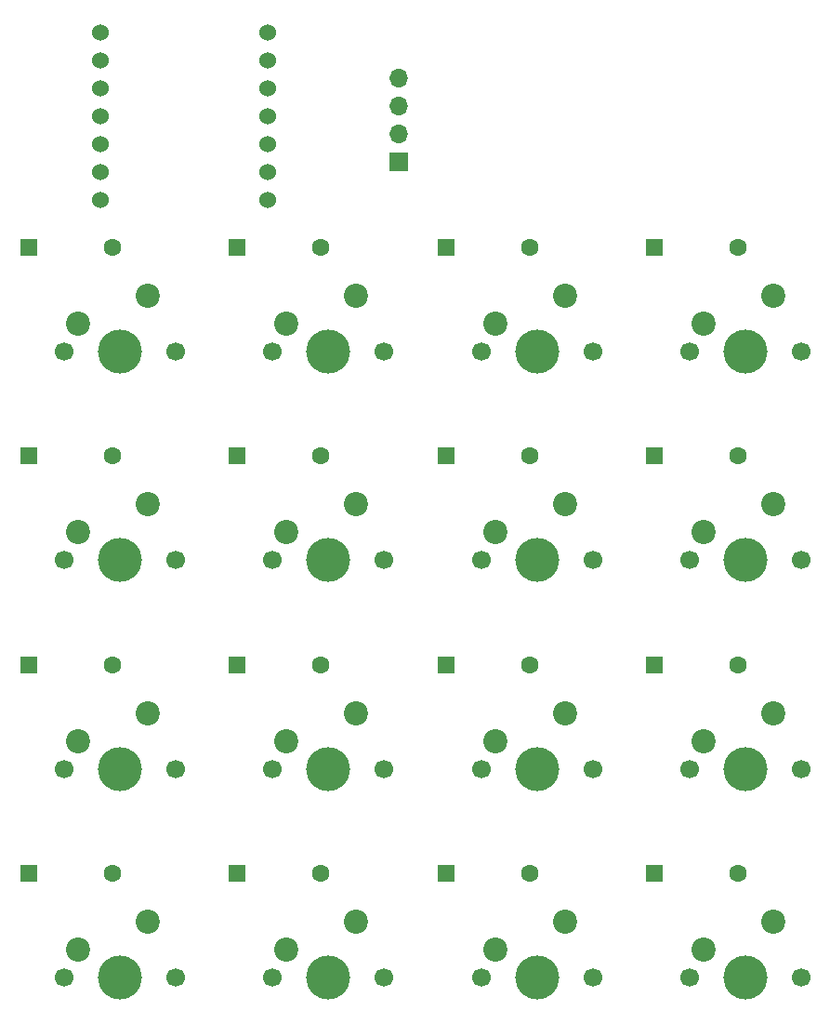
<source format=gbr>
%TF.GenerationSoftware,KiCad,Pcbnew,9.0.6*%
%TF.CreationDate,2025-12-06T16:34:02-05:00*%
%TF.ProjectId,hackpad,6861636b-7061-4642-9e6b-696361645f70,rev?*%
%TF.SameCoordinates,Original*%
%TF.FileFunction,Soldermask,Bot*%
%TF.FilePolarity,Negative*%
%FSLAX46Y46*%
G04 Gerber Fmt 4.6, Leading zero omitted, Abs format (unit mm)*
G04 Created by KiCad (PCBNEW 9.0.6) date 2025-12-06 16:34:02*
%MOMM*%
%LPD*%
G01*
G04 APERTURE LIST*
G04 Aperture macros list*
%AMRoundRect*
0 Rectangle with rounded corners*
0 $1 Rounding radius*
0 $2 $3 $4 $5 $6 $7 $8 $9 X,Y pos of 4 corners*
0 Add a 4 corners polygon primitive as box body*
4,1,4,$2,$3,$4,$5,$6,$7,$8,$9,$2,$3,0*
0 Add four circle primitives for the rounded corners*
1,1,$1+$1,$2,$3*
1,1,$1+$1,$4,$5*
1,1,$1+$1,$6,$7*
1,1,$1+$1,$8,$9*
0 Add four rect primitives between the rounded corners*
20,1,$1+$1,$2,$3,$4,$5,0*
20,1,$1+$1,$4,$5,$6,$7,0*
20,1,$1+$1,$6,$7,$8,$9,0*
20,1,$1+$1,$8,$9,$2,$3,0*%
G04 Aperture macros list end*
%ADD10RoundRect,0.250000X-0.550000X-0.550000X0.550000X-0.550000X0.550000X0.550000X-0.550000X0.550000X0*%
%ADD11C,1.600000*%
%ADD12C,1.700000*%
%ADD13C,4.000000*%
%ADD14C,2.200000*%
%ADD15R,1.700000X1.700000*%
%ADD16O,1.700000X1.700000*%
%ADD17C,1.524000*%
G04 APERTURE END LIST*
D10*
%TO.C,D6*%
X93190000Y-84000000D03*
D11*
X100810000Y-84000000D03*
%TD*%
D12*
%TO.C,SW4*%
X134420000Y-74500000D03*
D13*
X139500000Y-74500000D03*
D12*
X144580000Y-74500000D03*
D14*
X142040000Y-69420000D03*
X135690000Y-71960000D03*
%TD*%
D12*
%TO.C,SW14*%
X96420000Y-131500000D03*
D13*
X101500000Y-131500000D03*
D12*
X106580000Y-131500000D03*
D14*
X104040000Y-126420000D03*
X97690000Y-128960000D03*
%TD*%
D12*
%TO.C,SW13*%
X77420000Y-131500000D03*
D13*
X82500000Y-131500000D03*
D12*
X87580000Y-131500000D03*
D14*
X85040000Y-126420000D03*
X78690000Y-128960000D03*
%TD*%
D12*
%TO.C,SW12*%
X134420000Y-112500000D03*
D13*
X139500000Y-112500000D03*
D12*
X144580000Y-112500000D03*
D14*
X142040000Y-107420000D03*
X135690000Y-109960000D03*
%TD*%
D10*
%TO.C,D2*%
X93190000Y-65000000D03*
D11*
X100810000Y-65000000D03*
%TD*%
D10*
%TO.C,D14*%
X93190000Y-122000000D03*
D11*
X100810000Y-122000000D03*
%TD*%
D12*
%TO.C,SW10*%
X96420000Y-112500000D03*
D13*
X101500000Y-112500000D03*
D12*
X106580000Y-112500000D03*
D14*
X104040000Y-107420000D03*
X97690000Y-109960000D03*
%TD*%
D12*
%TO.C,SW5*%
X77420000Y-93500000D03*
D13*
X82500000Y-93500000D03*
D12*
X87580000Y-93500000D03*
D14*
X85040000Y-88420000D03*
X78690000Y-90960000D03*
%TD*%
D10*
%TO.C,D15*%
X112190000Y-122000000D03*
D11*
X119810000Y-122000000D03*
%TD*%
D12*
%TO.C,SW7*%
X115420000Y-93500000D03*
D13*
X120500000Y-93500000D03*
D12*
X125580000Y-93500000D03*
D14*
X123040000Y-88420000D03*
X116690000Y-90960000D03*
%TD*%
D12*
%TO.C,SW16*%
X134420000Y-131500000D03*
D13*
X139500000Y-131500000D03*
D12*
X144580000Y-131500000D03*
D14*
X142040000Y-126420000D03*
X135690000Y-128960000D03*
%TD*%
D12*
%TO.C,SW8*%
X134420000Y-93500000D03*
D13*
X139500000Y-93500000D03*
D12*
X144580000Y-93500000D03*
D14*
X142040000Y-88420000D03*
X135690000Y-90960000D03*
%TD*%
D12*
%TO.C,SW6*%
X96420000Y-93500000D03*
D13*
X101500000Y-93500000D03*
D12*
X106580000Y-93500000D03*
D14*
X104040000Y-88420000D03*
X97690000Y-90960000D03*
%TD*%
D10*
%TO.C,D9*%
X74190000Y-103000000D03*
D11*
X81810000Y-103000000D03*
%TD*%
D12*
%TO.C,SW2*%
X96420000Y-74500000D03*
D13*
X101500000Y-74500000D03*
D12*
X106580000Y-74500000D03*
D14*
X104040000Y-69420000D03*
X97690000Y-71960000D03*
%TD*%
D10*
%TO.C,D4*%
X131190000Y-65000000D03*
D11*
X138810000Y-65000000D03*
%TD*%
D10*
%TO.C,D10*%
X93190000Y-103000000D03*
D11*
X100810000Y-103000000D03*
%TD*%
D12*
%TO.C,SW9*%
X77420000Y-112500000D03*
D13*
X82500000Y-112500000D03*
D12*
X87580000Y-112500000D03*
D14*
X85040000Y-107420000D03*
X78690000Y-109960000D03*
%TD*%
D15*
%TO.C,U2*%
X107885000Y-57195000D03*
D16*
X107885000Y-54655000D03*
X107885000Y-52115000D03*
X107885000Y-49575000D03*
%TD*%
D12*
%TO.C,SW11*%
X115420000Y-112500000D03*
D13*
X120500000Y-112500000D03*
D12*
X125580000Y-112500000D03*
D14*
X123040000Y-107420000D03*
X116690000Y-109960000D03*
%TD*%
D10*
%TO.C,D8*%
X131190000Y-84000000D03*
D11*
X138810000Y-84000000D03*
%TD*%
D10*
%TO.C,D7*%
X112190000Y-84000000D03*
D11*
X119810000Y-84000000D03*
%TD*%
D12*
%TO.C,SW1*%
X77420000Y-74500000D03*
D13*
X82500000Y-74500000D03*
D12*
X87580000Y-74500000D03*
D14*
X85040000Y-69420000D03*
X78690000Y-71960000D03*
%TD*%
D10*
%TO.C,D5*%
X74190000Y-84000000D03*
D11*
X81810000Y-84000000D03*
%TD*%
D10*
%TO.C,D13*%
X74190000Y-122000000D03*
D11*
X81810000Y-122000000D03*
%TD*%
D10*
%TO.C,D16*%
X131190000Y-122000000D03*
D11*
X138810000Y-122000000D03*
%TD*%
D10*
%TO.C,D1*%
X74190000Y-65000000D03*
D11*
X81810000Y-65000000D03*
%TD*%
D10*
%TO.C,D3*%
X112190000Y-65000000D03*
D11*
X119810000Y-65000000D03*
%TD*%
D12*
%TO.C,SW15*%
X115420000Y-131500000D03*
D13*
X120500000Y-131500000D03*
D12*
X125580000Y-131500000D03*
D14*
X123040000Y-126420000D03*
X116690000Y-128960000D03*
%TD*%
D10*
%TO.C,D11*%
X112190000Y-103000000D03*
D11*
X119810000Y-103000000D03*
%TD*%
D10*
%TO.C,D12*%
X131190000Y-103000000D03*
D11*
X138810000Y-103000000D03*
%TD*%
D12*
%TO.C,SW3*%
X115420000Y-74500000D03*
D13*
X120500000Y-74500000D03*
D12*
X125580000Y-74500000D03*
D14*
X123040000Y-69420000D03*
X116690000Y-71960000D03*
%TD*%
D17*
%TO.C,U1*%
X80760000Y-45500000D03*
X80760000Y-48040000D03*
X80760000Y-50580000D03*
X80760000Y-53120000D03*
X80760000Y-55660000D03*
X80760000Y-58200000D03*
X80760000Y-60740000D03*
X96000000Y-60740000D03*
X96000000Y-58200000D03*
X96000000Y-55660000D03*
X96000000Y-53120000D03*
X96000000Y-50580000D03*
X96000000Y-48040000D03*
X96000000Y-45500000D03*
%TD*%
M02*

</source>
